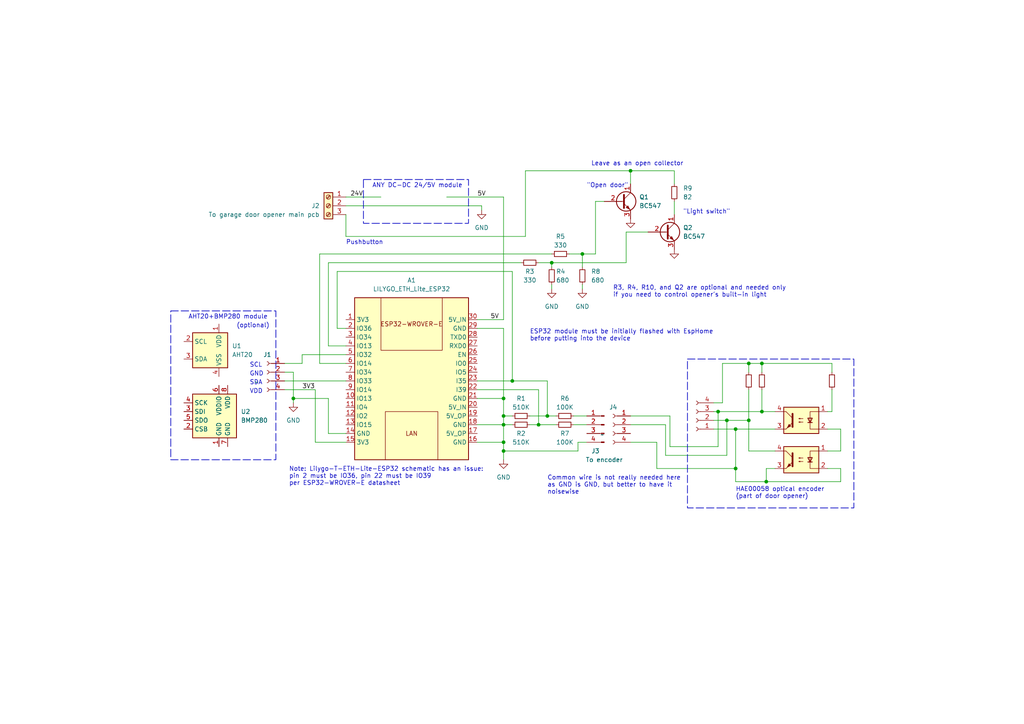
<source format=kicad_sch>
(kicad_sch (version 20230121) (generator eeschema)
  (paper "A4")
  (lib_symbols
    (symbol "Connector:Conn_01x04_Pin" (pin_names (offset 1.016) hide)
      (property "Reference" "J" (at 0 5.08 0))
      (property "Value" "Conn_01x04_Pin" (at 0 -7.62 0))
      (symbol "Conn_01x04_Pin_1_1"
        (polyline (pts (xy 1.27 -5.08) (xy 0.8636 -5.08)) (stroke (width 0.1524)))
        (polyline (pts (xy 1.27 -2.54) (xy 0.8636 -2.54)) (stroke (width 0.1524)))
        (polyline (pts (xy 1.27 0) (xy 0.8636 0)) (stroke (width 0.1524)))
        (polyline (pts (xy 1.27 2.54) (xy 0.8636 2.54)) (stroke (width 0.1524)))
        (rectangle (start 0.8636 -4.953) (end 0 -5.207) (stroke (width 0.1524)) (fill (type outline)))
        (rectangle (start 0.8636 -2.413) (end 0 -2.667) (stroke (width 0.1524)) (fill (type outline)))
        (rectangle (start 0.8636 0.127) (end 0 -0.127) (stroke (width 0.1524)) (fill (type outline)))
        (rectangle (start 0.8636 2.667) (end 0 2.413) (stroke (width 0.1524)) (fill (type outline)))
        (pin passive line (at 5.08 2.54 180) (length 3.81) (name "Pin_1") (number "1"))
        (pin passive line (at 5.08 0 180) (length 3.81) (name "Pin_2") (number "2"))
        (pin passive line (at 5.08 -2.54 180) (length 3.81) (name "Pin_3") (number "3"))
        (pin passive line (at 5.08 -5.08 180) (length 3.81) (name "Pin_4") (number "4"))
      )
    )
    (symbol "Connector:Conn_01x04_Socket" (pin_names (offset 1.016) hide)
      (property "Reference" "J" (at 0 5.08 0))
      (property "Value" "Conn_01x04_Socket" (at 0 -7.62 0))
      (symbol "Conn_01x04_Socket_1_1"
        (arc (start 0 -4.572) (mid -0.5058 -5.08) (end 0 -5.588) (stroke (width 0.1524)))
        (arc (start 0 -2.032) (mid -0.5058 -2.54) (end 0 -3.048) (stroke (width 0.1524)))
        (polyline (pts (xy -1.27 -5.08) (xy -0.508 -5.08)) (stroke (width 0.1524)))
        (polyline (pts (xy -1.27 -2.54) (xy -0.508 -2.54)) (stroke (width 0.1524)))
        (polyline (pts (xy -1.27 0) (xy -0.508 0)) (stroke (width 0.1524)))
        (polyline (pts (xy -1.27 2.54) (xy -0.508 2.54)) (stroke (width 0.1524)))
        (arc (start 0 0.508) (mid -0.5058 0) (end 0 -0.508) (stroke (width 0.1524)))
        (arc (start 0 3.048) (mid -0.5058 2.54) (end 0 2.032) (stroke (width 0.1524)))
        (pin passive line (at -5.08 2.54 0) (length 3.81) (name "Pin_1") (number "1"))
        (pin passive line (at -5.08 0 0) (length 3.81) (name "Pin_2") (number "2"))
        (pin passive line (at -5.08 -2.54 0) (length 3.81) (name "Pin_3") (number "3"))
        (pin passive line (at -5.08 -5.08 0) (length 3.81) (name "Pin_4") (number "4"))
      )
    )
    (symbol "Connector:Screw_Terminal_01x03" (pin_names (offset 1.016) hide)
      (property "Reference" "J" (at 0 5.08 0))
      (property "Value" "Screw_Terminal_01x03" (at 0 -5.08 0))
      (symbol "Screw_Terminal_01x03_1_1"
        (rectangle (start -1.27 3.81) (end 1.27 -3.81) (stroke (width 0.254)) (fill (type background)))
        (circle (center 0 -2.54) (radius 0.635) (stroke (width 0.1524)))
        (polyline (pts (xy -0.5334 -2.2098) (xy 0.3302 -3.048)) (stroke (width 0.1524)))
        (polyline (pts (xy -0.5334 0.3302) (xy 0.3302 -0.508)) (stroke (width 0.1524)))
        (polyline (pts (xy -0.5334 2.8702) (xy 0.3302 2.032)) (stroke (width 0.1524)))
        (polyline (pts (xy -0.3556 -2.032) (xy 0.508 -2.8702)) (stroke (width 0.1524)))
        (polyline (pts (xy -0.3556 0.508) (xy 0.508 -0.3302)) (stroke (width 0.1524)))
        (polyline (pts (xy -0.3556 3.048) (xy 0.508 2.2098)) (stroke (width 0.1524)))
        (circle (center 0 0) (radius 0.635) (stroke (width 0.1524)))
        (circle (center 0 2.54) (radius 0.635) (stroke (width 0.1524)))
        (pin passive line (at -5.08 2.54 0) (length 3.81) (name "Pin_1") (number "1"))
        (pin passive line (at -5.08 0 0) (length 3.81) (name "Pin_2") (number "2"))
        (pin passive line (at -5.08 -2.54 0) (length 3.81) (name "Pin_3") (number "3"))
      )
    )
    (symbol "Device:R_Small" (pin_numbers hide) (pin_names (offset 0.254) hide)
      (property "Reference" "R" (at 0.762 0.508 0))
      (property "Value" "R_Small" (at 0.762 -1.016 0))
      (symbol "R_Small_0_1"
        (rectangle (start -0.762 1.778) (end 0.762 -1.778) (stroke (width 0.2032)))
      )
      (symbol "R_Small_1_1"
        (pin passive line (at 0 2.54 270) (length 0.762) (name "~") (number "1"))
        (pin passive line (at 0 -2.54 90) (length 0.762) (name "~") (number "2"))
      )
    )
    (symbol "Isolator:PC817" (pin_names (offset 1.016))
      (property "Reference" "U" (at -5.08 5.08 0))
      (property "Value" "PC817" (at 0 5.08 0))
      (symbol "PC817_0_1"
        (rectangle (start -5.08 3.81) (end 5.08 -3.81) (stroke (width 0.254)) (fill (type background)))
        (polyline (pts (xy -3.175 -0.635) (xy -1.905 -0.635)) (stroke (width 0.254)))
        (polyline (pts (xy 2.54 0.635) (xy 4.445 2.54)))
        (polyline (pts (xy 4.445 -2.54) (xy 2.54 -0.635)) (fill (type outline)))
        (polyline (pts (xy 4.445 -2.54) (xy 5.08 -2.54)))
        (polyline (pts (xy 4.445 2.54) (xy 5.08 2.54)))
        (polyline (pts (xy -5.08 2.54) (xy -2.54 2.54) (xy -2.54 -0.635)))
        (polyline (pts (xy -2.54 -0.635) (xy -2.54 -2.54) (xy -5.08 -2.54)))
        (polyline (pts (xy 2.54 1.905) (xy 2.54 -1.905) (xy 2.54 -1.905)) (stroke (width 0.508)))
        (polyline (pts (xy -2.54 -0.635) (xy -3.175 0.635) (xy -1.905 0.635) (xy -2.54 -0.635)) (stroke (width 0.254)))
        (polyline (pts (xy -0.508 -0.508) (xy 0.762 -0.508) (xy 0.381 -0.635) (xy 0.381 -0.381) (xy 0.762 -0.508)))
        (polyline (pts (xy -0.508 0.508) (xy 0.762 0.508) (xy 0.381 0.381) (xy 0.381 0.635) (xy 0.762 0.508)))
        (polyline (pts (xy 3.048 -1.651) (xy 3.556 -1.143) (xy 4.064 -2.159) (xy 3.048 -1.651) (xy 3.048 -1.651)) (fill (type outline)))
      )
      (symbol "PC817_1_1"
        (pin passive line (at -7.62 2.54 0) (length 2.54) (name "~") (number "1"))
        (pin passive line (at -7.62 -2.54 0) (length 2.54) (name "~") (number "2"))
        (pin passive line (at 7.62 -2.54 180) (length 2.54) (name "~") (number "3"))
        (pin passive line (at 7.62 2.54 180) (length 2.54) (name "~") (number "4"))
      )
    )
    (symbol "Sensor_Humidity:SHTC3"
      (property "Reference" "U" (at -3.81 6.35 0))
      (property "Value" "SHTC3" (at -2.54 -6.35 0))
      (symbol "SHTC3_1_1"
        (rectangle (start -5.08 5.08) (end 5.08 -5.08) (stroke (width 0.254)) (fill (type background)))
        (pin power_in line (at 2.54 7.62 270) (length 2.54) (name "VDD") (number "1"))
        (pin input line (at -7.62 2.54 0) (length 2.54) (name "SCL") (number "2"))
        (pin bidirectional line (at -7.62 -2.54 0) (length 2.54) (name "SDA") (number "3"))
        (pin power_in line (at 2.54 -7.62 90) (length 2.54) (name "VSS") (number "4"))
        (pin no_connect line (at 5.08 0 180) (length 2.54) hide (name "NC") (number "5"))
      )
    )
    (symbol "Sensor_Pressure:BMP280"
      (property "Reference" "U" (at -7.62 10.16 0))
      (property "Value" "BMP280" (at 5.08 10.16 0))
      (symbol "BMP280_0_1"
        (rectangle (start -7.62 -5.08) (end 5.08 7.62) (stroke (width 0.254)) (fill (type background)))
      )
      (symbol "BMP280_1_1"
        (pin power_in line (at 0 -7.62 90) (length 2.54) (name "GND") (number "1"))
        (pin input line (at -10.16 -2.54 0) (length 2.54) (name "CSB") (number "2"))
        (pin bidirectional line (at -10.16 2.54 0) (length 2.54) (name "SDI") (number "3"))
        (pin input line (at -10.16 5.08 0) (length 2.54) (name "SCK") (number "4"))
        (pin bidirectional line (at -10.16 0 0) (length 2.54) (name "SDO") (number "5"))
        (pin power_in line (at 0 10.16 270) (length 2.54) (name "VDDIO") (number "6"))
        (pin power_in line (at 2.54 -7.62 90) (length 2.54) (name "GND") (number "7"))
        (pin power_in line (at 2.54 10.16 270) (length 2.54) (name "VDD") (number "8"))
      )
    )
    (symbol "Transistor_BJT:BC547" (pin_names (offset 0) hide)
      (property "Reference" "Q" (at 5.08 1.905 0))
      (property "Value" "BC547" (at 5.08 0 0))
      (symbol "BC547_0_1"
        (polyline (pts (xy 0 0) (xy 0.635 0)))
        (polyline (pts (xy 0.635 0.635) (xy 2.54 2.54)))
        (polyline (pts (xy 0.635 -0.635) (xy 2.54 -2.54) (xy 2.54 -2.54)))
        (polyline (pts (xy 0.635 1.905) (xy 0.635 -1.905) (xy 0.635 -1.905)) (stroke (width 0.508)))
        (polyline (pts (xy 1.27 -1.778) (xy 1.778 -1.27) (xy 2.286 -2.286) (xy 1.27 -1.778) (xy 1.27 -1.778)) (fill (type outline)))
        (circle (center 1.27 0) (radius 2.8194) (stroke (width 0.254)))
      )
      (symbol "BC547_1_1"
        (pin passive line (at 2.54 5.08 270) (length 2.54) (name "C") (number "1"))
        (pin input line (at -5.08 0 0) (length 5.08) (name "B") (number "2"))
        (pin passive line (at 2.54 -5.08 90) (length 2.54) (name "E") (number "3"))
      )
    )
    (symbol "User_library:LILYGO_ETH_Lite_ESP32"
      (property "Reference" "A" (at -10.16 29.21 0))
      (property "Value" "LILYGO_ETH_Lite_ESP32" (at -2.54 -22.86 0))
      (symbol "LILYGO_ETH_Lite_ESP32_0_1"
        (rectangle (start -10.16 27.94) (end 22.86 -19.05) (stroke (width 0.254)) (fill (type background)))
        (polyline (pts (xy -2.54 27.94) (xy -2.54 12.7) (xy 15.24 12.7) (xy 15.24 27.94)))
        (polyline (pts (xy -1.27 -19.05) (xy -1.27 -5.08) (xy 13.97 -5.08) (xy 13.97 -19.05)))
      )
      (symbol "LILYGO_ETH_Lite_ESP32_1_1"
        (text "ESP32-WROVER-E" (at 6.35 20.32 0) (effects (font (size 1.27 1.27))))
        (text "LAN" (at 6.35 -11.43 0) (effects (font (size 1.27 1.27))))
        (pin power_in line (at -12.7 21.59 0) (length 2.54) (name "3V3") (number "1"))
        (pin bidirectional line (at -12.7 -1.27 0) (length 2.54) (name "IO13") (number "10"))
        (pin bidirectional line (at -12.7 -3.81 0) (length 2.54) (name "IO4") (number "11"))
        (pin bidirectional line (at -12.7 -6.35 0) (length 2.54) (name "IO2") (number "12"))
        (pin bidirectional line (at -12.7 -8.89 0) (length 2.54) (name "IO15") (number "13"))
        (pin power_in line (at -12.7 -11.43 0) (length 2.54) (name "GND") (number "14"))
        (pin power_in line (at -12.7 -13.97 0) (length 2.54) (name "3V3") (number "15"))
        (pin power_in line (at 25.4 -13.97 180) (length 2.54) (name "GND") (number "16"))
        (pin power_in line (at 25.4 -11.43 180) (length 2.54) (name "5V_OP") (number "17"))
        (pin power_in line (at 25.4 -8.89 180) (length 2.54) (name "GND") (number "18"))
        (pin power_in line (at 25.4 -6.35 180) (length 2.54) (name "5V_OP") (number "19"))
        (pin input line (at -12.7 19.05 0) (length 2.54) (name "IO36") (number "2"))
        (pin power_in line (at 25.4 -3.81 180) (length 2.54) (name "5V_IN") (number "20"))
        (pin power_in line (at 25.4 -1.27 180) (length 2.54) (name "GND") (number "21"))
        (pin input line (at 25.4 1.27 180) (length 2.54) (name "I39") (number "22"))
        (pin input line (at 25.4 3.81 180) (length 2.54) (name "I35") (number "23"))
        (pin bidirectional line (at 25.4 6.35 180) (length 2.54) (name "IO5") (number "24"))
        (pin bidirectional line (at 25.4 8.89 180) (length 2.54) (name "IO0") (number "25"))
        (pin input line (at 25.4 11.43 180) (length 2.54) (name "EN") (number "26"))
        (pin bidirectional line (at 25.4 13.97 180) (length 2.54) (name "RXD0") (number "27"))
        (pin bidirectional line (at 25.4 16.51 180) (length 2.54) (name "TXD0") (number "28"))
        (pin power_in line (at 25.4 19.05 180) (length 2.54) (name "GND") (number "29"))
        (pin input line (at -12.7 16.51 0) (length 2.54) (name "IO34") (number "3"))
        (pin power_in line (at 25.4 21.59 180) (length 2.54) (name "5V_IN") (number "30"))
        (pin bidirectional line (at -12.7 13.97 0) (length 2.54) (name "IO13") (number "4"))
        (pin bidirectional line (at -12.7 11.43 0) (length 2.54) (name "IO32") (number "5"))
        (pin bidirectional line (at -12.7 8.89 0) (length 2.54) (name "IO14") (number "6"))
        (pin input line (at -12.7 6.35 0) (length 2.54) (name "IO34") (number "7"))
        (pin bidirectional line (at -12.7 3.81 0) (length 2.54) (name "IO33") (number "8"))
        (pin bidirectional line (at -12.7 1.27 0) (length 2.54) (name "IO14") (number "9"))
      )
    )
    (symbol "power:GND" (power) (pin_names (offset 0))
      (property "Value" "GND" (at 0 -3.81 0))
      (symbol "GND_0_1"
        (polyline (pts (xy 0 0) (xy 0 -1.27) (xy 1.27 -1.27) (xy 0 -2.54) (xy -1.27 -1.27) (xy 0 -1.27)))
      )
      (symbol "GND_1_1"
        (pin power_in line (at 0 0 270) (length 0) hide (name "GND") (number "1"))
      )
    )
  )
  (junction (at 146.05 120.65))
  (junction (at 160.02 76.2))
  (junction (at 182.88 49.53))
  (junction (at 217.17 121.92))
  (junction (at 146.05 115.57))
  (junction (at 146.05 123.19))
  (junction (at 156.21 123.19))
  (junction (at 146.05 130.81))
  (junction (at 158.75 120.65))
  (junction (at 146.05 128.27))
  (junction (at 210.82 121.92))
  (junction (at 213.36 135.89))
  (junction (at 222.25 139.7))
  (junction (at 85.09 115.57))
  (junction (at 220.98 105.41))
  (junction (at 217.17 105.41))
  (junction (at 213.36 124.46))
  (junction (at 220.98 119.38))
  (junction (at 208.28 119.38))
  (junction (at 168.91 73.66))
  (junction (at 148.59 110.49))
  (wire (pts (xy 208.28 119.38) (xy 208.28 129.54)))
  (wire (pts (xy 208.28 119.38) (xy 220.98 119.38)))
  (wire (pts (xy 217.17 121.92) (xy 217.17 113.03)))
  (wire (pts (xy 148.59 78.74) (xy 148.59 110.49)))
  (wire (pts (xy 100.33 57.15) (xy 110.49 57.15)))
  (wire (pts (xy 82.55 105.41) (xy 87.63 105.41)))
  (wire (pts (xy 182.88 53.34) (xy 182.88 49.53)))
  (wire (pts (xy 95.25 100.33) (xy 100.33 100.33)))
  (wire (pts (xy 181.61 67.31) (xy 187.96 67.31)))
  (wire (pts (xy 182.88 49.53) (xy 195.58 49.53)))
  (wire (pts (xy 146.05 123.19) (xy 148.59 123.19)))
  (wire (pts (xy 220.98 113.03) (xy 220.98 119.38)))
  (wire (pts (xy 138.43 92.71) (xy 146.05 92.71)))
  (wire (pts (xy 167.64 128.27) (xy 167.64 130.81)))
  (wire (pts (xy 182.88 120.65) (xy 194.31 120.65)))
  (wire (pts (xy 222.25 139.7) (xy 243.84 139.7)))
  (wire (pts (xy 158.75 120.65) (xy 161.29 120.65)))
  (wire (pts (xy 146.05 120.65) (xy 148.59 120.65)))
  (wire (pts (xy 160.02 73.66) (xy 92.71 73.66)))
  (wire (pts (xy 138.43 128.27) (xy 146.05 128.27)))
  (wire (pts (xy 156.21 113.03) (xy 156.21 123.19)))
  (wire (pts (xy 207.01 121.92) (xy 210.82 121.92)))
  (wire (pts (xy 100.33 95.25) (xy 97.79 95.25)))
  (wire (pts (xy 224.79 135.89) (xy 222.25 135.89)))
  (wire (pts (xy 146.05 95.25) (xy 146.05 115.57)))
  (wire (pts (xy 146.05 92.71) (xy 146.05 57.15)))
  (wire (pts (xy 213.36 135.89) (xy 213.36 139.7)))
  (wire (pts (xy 153.67 123.19) (xy 156.21 123.19)))
  (wire (pts (xy 190.5 128.27) (xy 190.5 135.89)))
  (wire (pts (xy 167.64 130.81) (xy 146.05 130.81)))
  (wire (pts (xy 95.25 115.57) (xy 85.09 115.57)))
  (wire (pts (xy 100.33 125.73) (xy 95.25 125.73)))
  (wire (pts (xy 175.26 58.42) (xy 172.72 58.42)))
  (wire (pts (xy 241.3 119.38) (xy 241.3 113.03)))
  (wire (pts (xy 146.05 120.65) (xy 146.05 123.19)))
  (wire (pts (xy 146.05 123.19) (xy 146.05 128.27)))
  (wire (pts (xy 181.61 76.2) (xy 181.61 67.31)))
  (wire (pts (xy 213.36 124.46) (xy 224.79 124.46)))
  (wire (pts (xy 207.01 124.46) (xy 213.36 124.46)))
  (wire (pts (xy 146.05 115.57) (xy 146.05 120.65)))
  (wire (pts (xy 209.55 105.41) (xy 209.55 116.84)))
  (wire (pts (xy 151.13 76.2) (xy 95.25 76.2)))
  (wire (pts (xy 82.55 113.03) (xy 91.44 113.03)))
  (wire (pts (xy 97.79 78.74) (xy 148.59 78.74)))
  (wire (pts (xy 209.55 116.84) (xy 207.01 116.84)))
  (wire (pts (xy 193.04 132.08) (xy 210.82 132.08)))
  (wire (pts (xy 170.18 128.27) (xy 167.64 128.27)))
  (wire (pts (xy 224.79 130.81) (xy 217.17 130.81)))
  (wire (pts (xy 153.67 120.65) (xy 158.75 120.65)))
  (wire (pts (xy 160.02 76.2) (xy 160.02 77.47)))
  (wire (pts (xy 139.7 59.69) (xy 139.7 60.96)))
  (wire (pts (xy 220.98 105.41) (xy 220.98 107.95)))
  (wire (pts (xy 160.02 82.55) (xy 160.02 83.82)))
  (wire (pts (xy 87.63 102.87) (xy 100.33 102.87)))
  (wire (pts (xy 217.17 105.41) (xy 220.98 105.41)))
  (wire (pts (xy 220.98 119.38) (xy 224.79 119.38)))
  (wire (pts (xy 138.43 113.03) (xy 156.21 113.03)))
  (wire (pts (xy 82.55 110.49) (xy 100.33 110.49)))
  (wire (pts (xy 241.3 107.95) (xy 241.3 105.41)))
  (wire (pts (xy 172.72 58.42) (xy 172.72 73.66)))
  (wire (pts (xy 220.98 105.41) (xy 241.3 105.41)))
  (wire (pts (xy 92.71 105.41) (xy 100.33 105.41)))
  (wire (pts (xy 210.82 121.92) (xy 217.17 121.92)))
  (wire (pts (xy 165.1 73.66) (xy 168.91 73.66)))
  (wire (pts (xy 156.21 123.19) (xy 161.29 123.19)))
  (wire (pts (xy 190.5 135.89) (xy 213.36 135.89)))
  (wire (pts (xy 92.71 73.66) (xy 92.71 105.41)))
  (wire (pts (xy 129.54 57.15) (xy 146.05 57.15)))
  (wire (pts (xy 85.09 107.95) (xy 85.09 115.57)))
  (wire (pts (xy 243.84 135.89) (xy 240.03 135.89)))
  (wire (pts (xy 87.63 105.41) (xy 87.63 102.87)))
  (wire (pts (xy 207.01 119.38) (xy 208.28 119.38)))
  (wire (pts (xy 194.31 129.54) (xy 208.28 129.54)))
  (wire (pts (xy 138.43 123.19) (xy 146.05 123.19)))
  (wire (pts (xy 243.84 124.46) (xy 243.84 130.81)))
  (wire (pts (xy 100.33 59.69) (xy 139.7 59.69)))
  (wire (pts (xy 240.03 130.81) (xy 243.84 130.81)))
  (wire (pts (xy 97.79 95.25) (xy 97.79 78.74)))
  (wire (pts (xy 195.58 49.53) (xy 195.58 53.34)))
  (wire (pts (xy 209.55 105.41) (xy 217.17 105.41)))
  (wire (pts (xy 166.37 123.19) (xy 170.18 123.19)))
  (wire (pts (xy 100.33 68.58) (xy 152.4 68.58)))
  (wire (pts (xy 152.4 49.53) (xy 182.88 49.53)))
  (wire (pts (xy 91.44 128.27) (xy 100.33 128.27)))
  (wire (pts (xy 172.72 73.66) (xy 168.91 73.66)))
  (wire (pts (xy 243.84 139.7) (xy 243.84 135.89)))
  (wire (pts (xy 138.43 115.57) (xy 146.05 115.57)))
  (wire (pts (xy 85.09 115.57) (xy 85.09 116.84)))
  (wire (pts (xy 156.21 76.2) (xy 160.02 76.2)))
  (wire (pts (xy 193.04 123.19) (xy 193.04 132.08)))
  (wire (pts (xy 95.25 125.73) (xy 95.25 115.57)))
  (wire (pts (xy 82.55 107.95) (xy 85.09 107.95)))
  (wire (pts (xy 194.31 120.65) (xy 194.31 129.54)))
  (wire (pts (xy 158.75 110.49) (xy 158.75 120.65)))
  (wire (pts (xy 100.33 62.23) (xy 100.33 68.58)))
  (wire (pts (xy 213.36 139.7) (xy 222.25 139.7)))
  (wire (pts (xy 213.36 124.46) (xy 213.36 135.89)))
  (wire (pts (xy 146.05 130.81) (xy 146.05 133.35)))
  (wire (pts (xy 240.03 119.38) (xy 241.3 119.38)))
  (wire (pts (xy 166.37 120.65) (xy 170.18 120.65)))
  (wire (pts (xy 168.91 73.66) (xy 168.91 77.47)))
  (wire (pts (xy 182.88 128.27) (xy 190.5 128.27)))
  (wire (pts (xy 146.05 128.27) (xy 146.05 130.81)))
  (wire (pts (xy 91.44 113.03) (xy 91.44 128.27)))
  (wire (pts (xy 160.02 76.2) (xy 181.61 76.2)))
  (wire (pts (xy 95.25 76.2) (xy 95.25 100.33)))
  (wire (pts (xy 148.59 110.49) (xy 158.75 110.49)))
  (wire (pts (xy 138.43 110.49) (xy 148.59 110.49)))
  (wire (pts (xy 210.82 132.08) (xy 210.82 121.92)))
  (wire (pts (xy 222.25 135.89) (xy 222.25 139.7)))
  (wire (pts (xy 168.91 82.55) (xy 168.91 83.82)))
  (wire (pts (xy 138.43 95.25) (xy 146.05 95.25)))
  (wire (pts (xy 182.88 123.19) (xy 193.04 123.19)))
  (wire (pts (xy 217.17 130.81) (xy 217.17 121.92)))
  (wire (pts (xy 195.58 58.42) (xy 195.58 62.23)))
  (wire (pts (xy 152.4 68.58) (xy 152.4 49.53)))
  (wire (pts (xy 217.17 105.41) (xy 217.17 107.95)))
  (wire (pts (xy 240.03 124.46) (xy 243.84 124.46)))
  (rectangle (start 199.39 104.14) (end 247.65 147.32) (stroke (width 0.2) (type dash)))
  (rectangle (start 105.41 52.07) (end 135.89 64.77) (stroke (width 0.2) (type dash)))
  (rectangle (start 49.53 90.17) (end 80.01 133.35) (stroke (width 0.2) (type dash)))
  (text "\"Open door\"" (at 170.18 54.61 0) (effects (font (size 1.27 1.27)) (justify left bottom)))
  (text "(optional)" (at 68.58 95.25 0) (effects (font (size 1.27 1.27)) (justify left bottom)))
  (text "ANY DC-DC 24/5V module" (at 107.95 54.61 0) (effects (font (size 1.27 1.27)) (justify left bottom)))
  (text "Pushbutton" (at 100.33 71.12 0) (effects (font (size 1.27 1.27)) (justify left bottom)))
  (text "HAE00058 optical encoder\n(part of door opener)" (at 213.36 144.78 0) (effects (font (size 1.27 1.27)) (justify left bottom)))
  (text "\"Light switch\"" (at 198.12 62.23 0) (effects (font (size 1.27 1.27)) (justify left bottom)))
  (text "R3, R4, R10, and Q2 are optional and needed only\nif you need to control opener's built-in light" (at 177.8 86.36 0) (effects (font (size 1.27 1.27)) (justify left bottom)))
  (text "SDA" (at 72.39 111.76 0) (effects (font (size 1.27 1.27)) (justify left bottom)))
  (text "AHT20+BMP280 module" (at 54.61 92.71 0) (effects (font (size 1.27 1.27)) (justify left bottom)))
  (text "Leave as an open collector" (at 171.45 48.26 0) (effects (font (size 1.27 1.27)) (justify left bottom)))
  (text "VDD" (at 72.39 114.3 0) (effects (font (size 1.27 1.27)) (justify left bottom)))
  (text "SCL" (at 72.39 106.68 0) (effects (font (size 1.27 1.27)) (justify left bottom)))
  (text "GND" (at 72.39 109.22 0) (effects (font (size 1.27 1.27)) (justify left bottom)))
  (text "ESP32 module must be initially flashed with EspHome\nbefore putting into the device" (at 153.67 99.06 0) (effects (font (size 1.27 1.27)) (justify left bottom)))
  (text "Common wire is not really needed here \nas GND is GND, but better to have it \nnoisewise" (at 158.75 143.51 0) (effects (font (size 1.27 1.27)) (justify left bottom)))
  (text "Note: Lilygo-T-ETH-Lite-ESP32 schematic has an issue: \npin 2 must be IO36, pin 22 must be IO39 \nper ESP32-WROVER-E datasheet" (at 83.82 140.97 0) (effects (font (size 1.27 1.27)) (justify left bottom)))
  (label "24V" (at 101.6 57.15 0))
  (label "3V3" (at 87.63 113.03 0))
  (label "5V" (at 138.43 57.15 0))
  (label "5V" (at 142.24 92.71 0))
  (symbol (lib_id "Device:R_Small") (at 163.83 120.65 270) (unit 1)
    (property "Reference" "R6" (at 163.83 115.57 90))
    (property "Value" "100K" (at 163.83 118.11 90))
  )
  (symbol (lib_id "Device:R_Small") (at 162.56 73.66 270) (unit 1)
    (property "Reference" "R5" (at 162.56 68.58 90))
    (property "Value" "330" (at 162.56 71.12 90))
  )
  (symbol (lib_id "Connector:Conn_01x04_Pin") (at 175.26 123.19 0) (mirror y) (unit 1)
    (property "Reference" "J3" (at 172.72 130.81 0))
    (property "Value" "To encoder" (at 175.26 133.35 0))
  )
  (symbol (lib_id "Sensor_Pressure:BMP280") (at 63.5 121.92 0) (unit 1)
    (property "Reference" "U2" (at 69.85 119.38 0) (effects (justify left)))
    (property "Value" "BMP280" (at 69.85 121.92 0) (effects (justify left)))
    (property "Footprint" "Package_LGA:Bosch_LGA-8_2x2.5mm_P0.65mm_ClockwisePinNumbering" (effects hide))
    (property "Datasheet" "https://ae-bst.resource.bosch.com/media/_tech/media/datasheets/BST-BMP280-DS001.pdf" (effects hide))
  )
  (symbol (lib_id "power:GND") (at 85.09 116.84 0) (unit 1)
    (property "Reference" "#PWR023" (effects hide))
    (property "Value" "GND" (at 85.09 121.92 0))
  )
  (symbol (lib_id "power:GND") (at 160.02 83.82 0) (unit 1)
    (property "Reference" "#PWR016" (effects hide))
    (property "Value" "GND" (at 160.02 88.9 0))
  )
  (symbol (lib_id "Connector:Conn_01x04_Socket") (at 77.47 107.95 0) (mirror y) (unit 1)
    (property "Reference" "J1" (at 78.74 102.87 0) (effects (justify left)))
    (property "Value" "~" (at 74.93 110.8456 0) (effects (justify left)))
  )
  (symbol (lib_id "Isolator:PC817") (at 232.41 121.92 0) (mirror y) (unit 1)
    (property "Reference" "U3" (effects hide))
    (property "Value" "PC817" (effects hide))
    (property "Footprint" "Package_DIP:DIP-4_W7.62mm" (effects hide))
    (property "Datasheet" "http://www.soselectronic.cz/a_info/resource/d/pc817.pdf" (effects hide))
  )
  (symbol (lib_id "power:GND") (at 195.58 72.39 0) (unit 1)
    (property "Reference" "#PWR026" (effects hide))
    (property "Value" "GND" (effects hide))
  )
  (symbol (lib_id "User_library:LILYGO_ETH_Lite_ESP32") (at 113.03 114.3 0) (unit 1)
    (property "Reference" "A1" (at 119.38 81.28 0))
    (property "Value" "LILYGO_ETH_Lite_ESP32" (at 119.38 83.82 0))
    (property "Datasheet" "https://github.com/Xinyuan-LilyGO/LilyGO-T-ETH-Series" (effects hide))
    (property "Sim.Enable" "0" (effects hide))
  )
  (symbol (lib_id "Isolator:PC817") (at 232.41 133.35 0) (mirror y) (unit 1)
    (property "Reference" "U4" (effects hide))
    (property "Value" "PC817" (effects hide))
    (property "Footprint" "Package_DIP:DIP-4_W7.62mm" (effects hide))
    (property "Datasheet" "http://www.soselectronic.cz/a_info/resource/d/pc817.pdf" (effects hide))
  )
  (symbol (lib_id "power:GND") (at 139.7 60.96 0) (unit 1)
    (property "Reference" "#PWR015" (effects hide))
    (property "Value" "GND" (at 139.7 66.04 0))
  )
  (symbol (lib_id "power:GND") (at 182.88 63.5 0) (unit 1)
    (property "Reference" "#PWR025" (effects hide))
    (property "Value" "GND" (effects hide))
  )
  (symbol (lib_id "Device:R_Small") (at 220.98 110.49 180) (unit 1) (in_bom no)
    (property "Reference" "R12" (effects hide))
    (property "Value" "4.7K" (effects hide))
  )
  (symbol (lib_id "Device:R_Small") (at 168.91 80.01 180) (unit 1)
    (property "Reference" "R8" (at 171.45 78.74 0) (effects (justify right)))
    (property "Value" "680" (at 171.45 81.28 0) (effects (justify right)))
  )
  (symbol (lib_id "power:GND") (at 146.05 133.35 0) (unit 1)
    (property "Reference" "#PWR024" (effects hide))
    (property "Value" "GND" (at 146.05 138.43 0))
  )
  (symbol (lib_id "Device:R_Small") (at 153.67 76.2 270) (unit 1)
    (property "Reference" "R3" (at 153.67 78.74 90))
    (property "Value" "330" (at 153.67 81.28 90))
  )
  (symbol (lib_id "Device:R_Small") (at 160.02 80.01 180) (unit 1)
    (property "Reference" "R4" (at 161.29 78.74 0) (effects (justify right)))
    (property "Value" "680" (at 161.29 81.28 0) (effects (justify right)))
  )
  (symbol (lib_id "Sensor_Humidity:SHTC3") (at 60.96 101.6 0) (unit 1)
    (property "Reference" "U1" (at 67.31 100.33 0) (effects (justify left)))
    (property "Value" "AHT20" (at 67.31 102.87 0) (effects (justify left)))
    (property "Footprint" "Sensor_Humidity:Sensirion_DFN-4-1EP_2x2mm_P1mm_EP0.7x1.6mm" (effects hide))
    (property "Datasheet" "https://www.sensirion.com/fileadmin/user_upload/customers/sensirion/Dokumente/0_Datasheets/Humidity/Sensirion_Humidity_Sensors_SHTC3_Datasheet.pdf" (effects hide))
  )
  (symbol (lib_id "Transistor_BJT:BC547") (at 180.34 58.42 0) (unit 1)
    (property "Reference" "Q1" (at 185.42 57.15 0) (effects (justify left)))
    (property "Value" "BC547" (at 185.42 59.69 0) (effects (justify left)))
    (property "Footprint" "Package_TO_SOT_THT:TO-92_Inline" (effects hide))
    (property "Datasheet" "https://www.onsemi.com/pub/Collateral/BC550-D.pdf" (effects hide))
  )
  (symbol (lib_id "Device:R_Small") (at 195.58 55.88 180) (unit 1)
    (property "Reference" "R9" (at 198.12 54.61 0) (effects (justify right)))
    (property "Value" "82" (at 198.12 57.15 0) (effects (justify right)))
  )
  (symbol (lib_id "Device:R_Small") (at 151.13 120.65 270) (unit 1)
    (property "Reference" "R1" (at 151.13 115.57 90))
    (property "Value" "510K" (at 151.13 118.11 90))
  )
  (symbol (lib_id "Device:R_Small") (at 163.83 123.19 270) (unit 1)
    (property "Reference" "R7" (at 163.83 125.73 90))
    (property "Value" "100K" (at 163.83 128.27 90))
  )
  (symbol (lib_id "Transistor_BJT:BC547") (at 193.04 67.31 0) (unit 1)
    (property "Reference" "Q2" (at 198.12 66.04 0) (effects (justify left)))
    (property "Value" "BC547" (at 198.12 68.58 0) (effects (justify left)))
    (property "Footprint" "Package_TO_SOT_THT:TO-92_Inline" (effects hide))
    (property "Datasheet" "https://www.onsemi.com/pub/Collateral/BC550-D.pdf" (effects hide))
  )
  (symbol (lib_id "Connector:Conn_01x04_Socket") (at 177.8 123.19 0) (mirror y) (unit 1)
    (property "Reference" "J4" (at 179.07 118.11 0) (effects (justify left)))
    (property "Value" "~" (at 175.26 126.0856 0) (effects (justify left)))
  )
  (symbol (lib_id "Device:R_Small") (at 217.17 110.49 180) (unit 1) (in_bom no)
    (property "Reference" "R11" (effects hide))
    (property "Value" "4.7K" (effects hide))
  )
  (symbol (lib_id "power:GND") (at 168.91 83.82 0) (unit 1)
    (property "Reference" "#PWR018" (effects hide))
    (property "Value" "GND" (at 168.91 88.9 0))
  )
  (symbol (lib_id "Device:R_Small") (at 151.13 123.19 270) (unit 1)
    (property "Reference" "R2" (at 151.13 125.73 90))
    (property "Value" "510K" (at 151.13 128.27 90))
  )
  (symbol (lib_id "Device:R_Small") (at 241.3 110.49 180) (unit 1) (in_bom no)
    (property "Reference" "R13" (effects hide))
    (property "Value" "4.7K" (effects hide))
  )
  (symbol (lib_id "Connector:Conn_01x04_Socket") (at 201.93 121.92 180) (unit 1)
    (property "Reference" "J5" (effects hide))
  )
  (symbol (lib_id "Connector:Screw_Terminal_01x03") (at 95.25 59.69 0) (mirror y) (unit 1)
    (property "Reference" "J2" (at 92.71 59.69 0) (effects (justify left)))
    (property "Value" "To garage door opener main pcb" (at 92.71 62.23 0) (effects (justify left)))
  )
)
</source>
